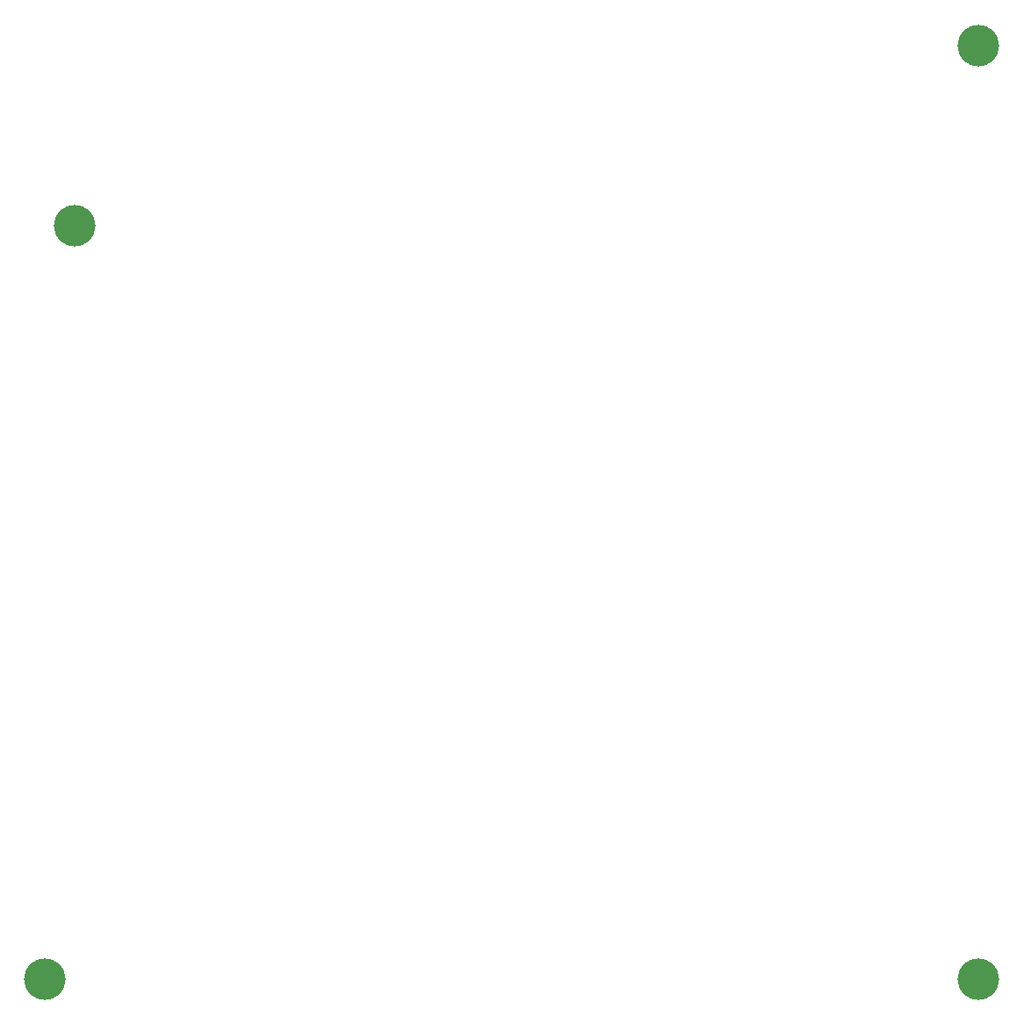
<source format=gbr>
G04 #@! TF.GenerationSoftware,KiCad,Pcbnew,(5.1.5)-2*
G04 #@! TF.CreationDate,2019-12-12T13:33:21-05:00*
G04 #@! TF.ProjectId,face,66616365-2e6b-4696-9361-645f70636258,rev?*
G04 #@! TF.SameCoordinates,Original*
G04 #@! TF.FileFunction,Copper,L2,Bot*
G04 #@! TF.FilePolarity,Positive*
%FSLAX46Y46*%
G04 Gerber Fmt 4.6, Leading zero omitted, Abs format (unit mm)*
G04 Created by KiCad (PCBNEW (5.1.5)-2) date 2019-12-12 13:33:21*
%MOMM*%
%LPD*%
G04 APERTURE LIST*
%ADD10C,4.000000*%
G04 APERTURE END LIST*
D10*
X7814000Y-22414000D03*
X95000000Y-5000000D03*
X95000000Y-95000000D03*
X5000000Y-95000000D03*
M02*

</source>
